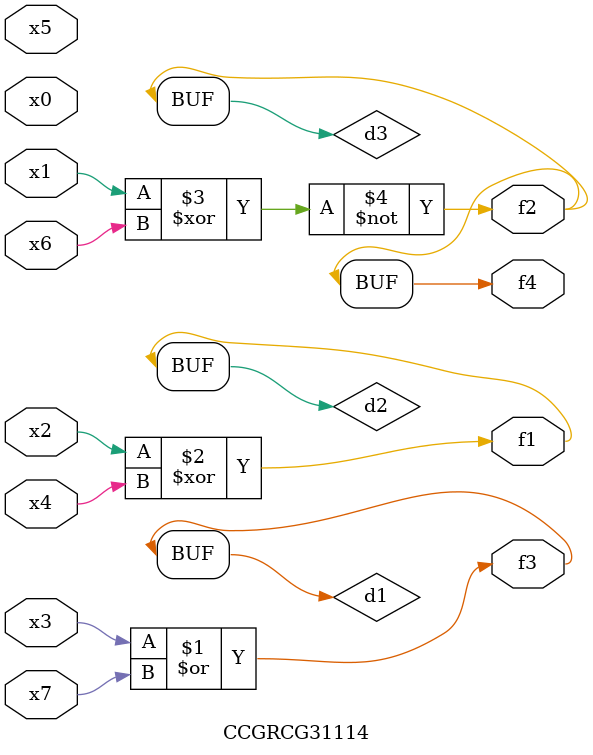
<source format=v>
module CCGRCG31114(
	input x0, x1, x2, x3, x4, x5, x6, x7,
	output f1, f2, f3, f4
);

	wire d1, d2, d3;

	or (d1, x3, x7);
	xor (d2, x2, x4);
	xnor (d3, x1, x6);
	assign f1 = d2;
	assign f2 = d3;
	assign f3 = d1;
	assign f4 = d3;
endmodule

</source>
